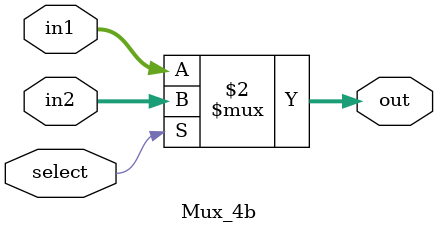
<source format=v>
module Mux_4b(
    input select, 
    input[3:0] in1, in2,
    output[3:0] out
    );

    assign out = ~select ? in1 : in2;
    
endmodule

</source>
